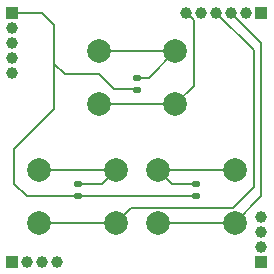
<source format=gbl>
%TF.GenerationSoftware,KiCad,Pcbnew,9.0.5-1.fc42*%
%TF.CreationDate,2025-12-03T03:37:20+01:00*%
%TF.ProjectId,Block-Switch-3,426c6f63-6b2d-4537-9769-7463682d332e,1*%
%TF.SameCoordinates,Original*%
%TF.FileFunction,Copper,L2,Bot*%
%TF.FilePolarity,Positive*%
%FSLAX46Y46*%
G04 Gerber Fmt 4.6, Leading zero omitted, Abs format (unit mm)*
G04 Created by KiCad (PCBNEW 9.0.5-1.fc42) date 2025-12-03 03:37:20*
%MOMM*%
%LPD*%
G01*
G04 APERTURE LIST*
G04 Aperture macros list*
%AMRoundRect*
0 Rectangle with rounded corners*
0 $1 Rounding radius*
0 $2 $3 $4 $5 $6 $7 $8 $9 X,Y pos of 4 corners*
0 Add a 4 corners polygon primitive as box body*
4,1,4,$2,$3,$4,$5,$6,$7,$8,$9,$2,$3,0*
0 Add four circle primitives for the rounded corners*
1,1,$1+$1,$2,$3*
1,1,$1+$1,$4,$5*
1,1,$1+$1,$6,$7*
1,1,$1+$1,$8,$9*
0 Add four rect primitives between the rounded corners*
20,1,$1+$1,$2,$3,$4,$5,0*
20,1,$1+$1,$4,$5,$6,$7,0*
20,1,$1+$1,$6,$7,$8,$9,0*
20,1,$1+$1,$8,$9,$2,$3,0*%
G04 Aperture macros list end*
%TA.AperFunction,ComponentPad*%
%ADD10C,2.000000*%
%TD*%
%TA.AperFunction,SMDPad,CuDef*%
%ADD11RoundRect,0.135000X0.185000X-0.135000X0.185000X0.135000X-0.185000X0.135000X-0.185000X-0.135000X0*%
%TD*%
%TA.AperFunction,ComponentPad*%
%ADD12R,1.000000X1.000000*%
%TD*%
%TA.AperFunction,ComponentPad*%
%ADD13C,1.000000*%
%TD*%
%TA.AperFunction,Conductor*%
%ADD14C,0.200000*%
%TD*%
G04 APERTURE END LIST*
D10*
%TO.P,SW1,2,2*%
%TO.N,/A*%
X137298700Y-120931810D03*
X130798700Y-120931810D03*
%TO.P,SW1,1,1*%
%TO.N,Net-(R1-Pad2)*%
X137298700Y-116431810D03*
X130798700Y-116431810D03*
%TD*%
%TO.P,SW2,1,1*%
%TO.N,Net-(R2-Pad2)*%
X140831300Y-116431810D03*
X147331300Y-116431810D03*
%TO.P,SW2,2,2*%
%TO.N,/B*%
X140831300Y-120931810D03*
X147331300Y-120931810D03*
%TD*%
%TO.P,SW3,1,1*%
%TO.N,Net-(R3-Pad2)*%
X135815000Y-106398190D03*
X142315000Y-106398190D03*
%TO.P,SW3,2,2*%
%TO.N,/A0*%
X135815000Y-110898190D03*
X142315000Y-110898190D03*
%TD*%
D11*
%TO.P,R3,1*%
%TO.N,/+3.3V Digital*%
X139065000Y-109668190D03*
%TO.P,R3,2*%
%TO.N,Net-(R3-Pad2)*%
X139065000Y-108648190D03*
%TD*%
D12*
%TO.P,J4,1,Pin_1*%
%TO.N,/Typ0*%
X128525000Y-124205000D03*
D13*
%TO.P,J4,2,Pin_2*%
%TO.N,/Typ1*%
X129795000Y-124205000D03*
%TO.P,J4,3,Pin_3*%
%TO.N,/Typ2*%
X131065000Y-124205000D03*
%TO.P,J4,4,Pin_4*%
%TO.N,/Typ3*%
X132335000Y-124205000D03*
%TD*%
D11*
%TO.P,R2,1*%
%TO.N,/+3.3V Digital*%
X144081300Y-118681810D03*
%TO.P,R2,2*%
%TO.N,Net-(R2-Pad2)*%
X144081300Y-117661810D03*
%TD*%
%TO.P,R1,1*%
%TO.N,/+3.3V Digital*%
X134048700Y-118681810D03*
%TO.P,R1,2*%
%TO.N,Net-(R1-Pad2)*%
X134048700Y-117661810D03*
%TD*%
D12*
%TO.P,J2,1,Pin_1*%
%TO.N,/Addr0*%
X149605000Y-124205000D03*
D13*
%TO.P,J2,2,Pin_2*%
%TO.N,/Addr1*%
X149605000Y-122935000D03*
%TO.P,J2,3,Pin_3*%
%TO.N,/Addr2*%
X149605000Y-121665000D03*
%TO.P,J2,4,Pin_4*%
%TO.N,/Addr3*%
X149605000Y-120395000D03*
%TD*%
D12*
%TO.P,J1,1,Pin_1*%
%TO.N,/+3.3V Digital*%
X128525000Y-103125000D03*
D13*
%TO.P,J1,2,Pin_2*%
%TO.N,/AREF*%
X128525000Y-104395000D03*
%TO.P,J1,3,Pin_3*%
%TO.N,GND*%
X128525000Y-105665000D03*
%TO.P,J1,4,Pin_4*%
%TO.N,/SlotBus.Data*%
X128525000Y-106935000D03*
%TO.P,J1,5,Pin_5*%
%TO.N,/SlotBus.Clock*%
X128525000Y-108205000D03*
%TD*%
D12*
%TO.P,J3,1,Pin_1*%
%TO.N,/LED*%
X149605000Y-103125000D03*
D13*
%TO.P,J3,2,Pin_2*%
%TO.N,/C*%
X148335000Y-103125000D03*
%TO.P,J3,3,Pin_3*%
%TO.N,/B*%
X147065000Y-103125000D03*
%TO.P,J3,4,Pin_4*%
%TO.N,/A*%
X145795000Y-103125000D03*
%TO.P,J3,5,Pin_5*%
%TO.N,/A1*%
X144525000Y-103125000D03*
%TO.P,J3,6,Pin_6*%
%TO.N,/A0*%
X143255000Y-103125000D03*
%TD*%
D14*
%TO.N,/A*%
X137298700Y-120931810D02*
X138599700Y-119630810D01*
X138599700Y-119630810D02*
X141370192Y-119630810D01*
X141370192Y-119630810D02*
X141373382Y-119634000D01*
X141373382Y-119634000D02*
X147193000Y-119634000D01*
X147193000Y-119634000D02*
X148971000Y-117856000D01*
X148971000Y-117856000D02*
X148971000Y-106301000D01*
X148971000Y-106301000D02*
X145795000Y-103125000D01*
%TO.N,/B*%
X147331300Y-120931810D02*
X149606000Y-118657110D01*
X149606000Y-118657110D02*
X149606000Y-105666000D01*
X149606000Y-105666000D02*
X147065000Y-103125000D01*
%TO.N,/A0*%
X142315000Y-110898190D02*
X143891000Y-109322190D01*
X143891000Y-109322190D02*
X143891000Y-103761000D01*
X143891000Y-103761000D02*
X143255000Y-103125000D01*
%TO.N,/+3.3V Digital*%
X134048700Y-118681810D02*
X129730810Y-118681810D01*
X129730810Y-118681810D02*
X128651000Y-117602000D01*
X128651000Y-117602000D02*
X128651000Y-114681000D01*
X128651000Y-114681000D02*
X132080000Y-111252000D01*
X132080000Y-111252000D02*
X132080000Y-104140000D01*
X144081300Y-118681810D02*
X134048700Y-118681810D01*
X139065000Y-109668190D02*
X138994000Y-109597190D01*
X138994000Y-109597190D02*
X137156190Y-109597190D01*
X137156190Y-109597190D02*
X135890000Y-108331000D01*
X135890000Y-108331000D02*
X132969000Y-108331000D01*
X132080000Y-104140000D02*
X131065000Y-103125000D01*
X132969000Y-108331000D02*
X132080000Y-107442000D01*
X132080000Y-107442000D02*
X132080000Y-104140000D01*
X131065000Y-103125000D02*
X128525000Y-103125000D01*
%TO.N,Net-(R3-Pad2)*%
X139065000Y-108648190D02*
X140065000Y-108648190D01*
X140065000Y-108648190D02*
X142315000Y-106398190D01*
%TO.N,Net-(R2-Pad2)*%
X144081300Y-117661810D02*
X142061300Y-117661810D01*
X142061300Y-117661810D02*
X140831300Y-116431810D01*
%TO.N,Net-(R1-Pad2)*%
X134048700Y-117661810D02*
X136068700Y-117661810D01*
X136068700Y-117661810D02*
X137298700Y-116431810D01*
X137298700Y-116431810D02*
X130798700Y-116431810D01*
%TO.N,/A*%
X137298700Y-120931810D02*
X130798700Y-120931810D01*
%TO.N,/B*%
X147331300Y-120931810D02*
X140831300Y-120931810D01*
%TO.N,Net-(R2-Pad2)*%
X147331300Y-116431810D02*
X140831300Y-116431810D01*
%TO.N,/A0*%
X142315000Y-110898190D02*
X135815000Y-110898190D01*
%TO.N,Net-(R3-Pad2)*%
X142315000Y-106398190D02*
X135815000Y-106398190D01*
%TD*%
M02*

</source>
